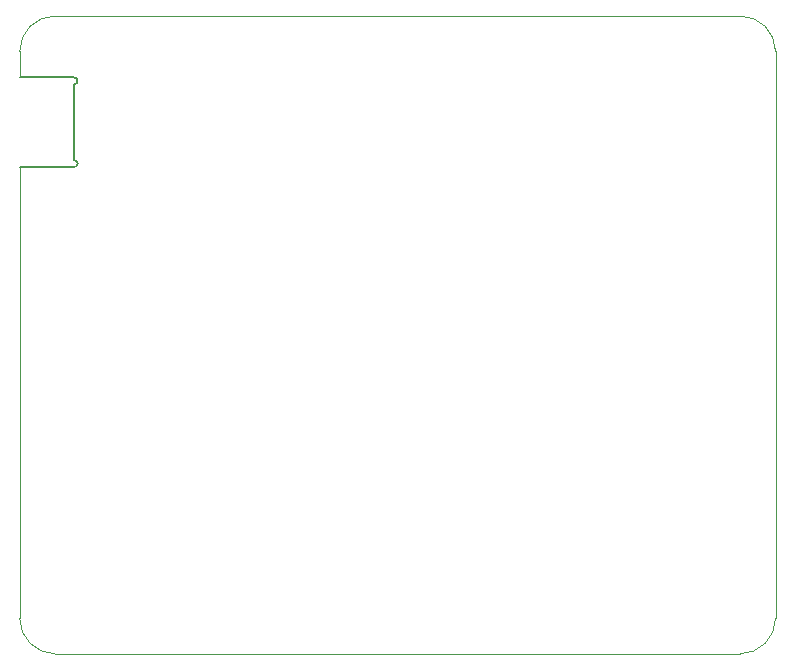
<source format=gbr>
%TF.GenerationSoftware,KiCad,Pcbnew,9.0.4*%
%TF.CreationDate,2025-09-01T15:43:59+02:00*%
%TF.ProjectId,Cours_Univ_2025_v1,436f7572-735f-4556-9e69-765f32303235,rev?*%
%TF.SameCoordinates,PX2faf080PY632ea00*%
%TF.FileFunction,Profile,NP*%
%FSLAX46Y46*%
G04 Gerber Fmt 4.6, Leading zero omitted, Abs format (unit mm)*
G04 Created by KiCad (PCBNEW 9.0.4) date 2025-09-01 15:43:59*
%MOMM*%
%LPD*%
G01*
G04 APERTURE LIST*
%TA.AperFunction,Profile*%
%ADD10C,0.050000*%
%TD*%
%TA.AperFunction,Profile*%
%ADD11C,0.127000*%
%TD*%
G04 APERTURE END LIST*
D10*
X3000000Y0D02*
G75*
G02*
X0Y3000000I0J3000000D01*
G01*
X3000000Y54000000D02*
X61000000Y54000000D01*
X0Y51000000D02*
X0Y48800000D01*
X64000000Y51000000D02*
X64000000Y3000000D01*
X0Y3000000D02*
X0Y41200000D01*
X61000000Y0D02*
X3000000Y0D01*
X0Y51000000D02*
G75*
G02*
X3000000Y54000000I3000000J0D01*
G01*
X61000000Y54000000D02*
G75*
G02*
X64000000Y51000000I0J-3000000D01*
G01*
X64000000Y3000000D02*
G75*
G02*
X61000000Y0I-3000000J0D01*
G01*
D11*
%TO.C,X1*%
X0Y48800000D02*
X4600000Y48800000D01*
X4600000Y48200000D02*
X4600000Y41800000D01*
X0Y41200000D02*
X4600000Y41200000D01*
X4600000Y48800000D02*
G75*
G02*
X4600000Y48200000I0J-300000D01*
G01*
X4600000Y41800000D02*
G75*
G02*
X4600000Y41200000I0J-300000D01*
G01*
%TD*%
M02*

</source>
